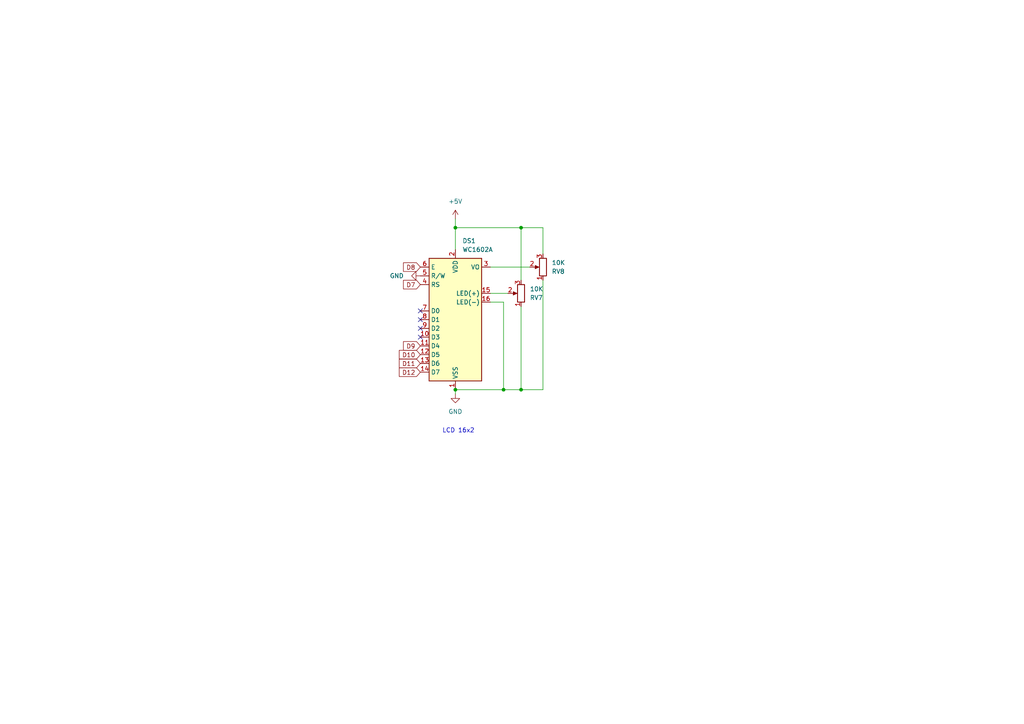
<source format=kicad_sch>
(kicad_sch (version 20211123) (generator eeschema)
  (paper "A4")
  (lib_symbols
    (symbol "Device:R_Potentiometer" (pin_names (offset 1.016) hide)
      (property "Reference" "RV" (at -4.445 0 90))
      (property "Value" "R_Potentiometer" (at -2.54 0 90))
      (symbol "R_Potentiometer_0_1"
        (polyline (pts (xy 2.54 0) (xy 1.524 0)))
        (polyline (pts (xy 1.143 0) (xy 2.286 0.508) (xy 2.286 -0.508) (xy 1.143 0)) (fill (type outline)))
        (rectangle (start 1.016 2.54) (end -1.016 -2.54) (stroke (width 0.254)))
      )
      (symbol "R_Potentiometer_1_1"
        (pin passive line (at 0 3.81 270) (length 1.27) (name "1") (number "1"))
        (pin passive line (at 3.81 0 180) (length 1.27) (name "2") (number "2"))
        (pin passive line (at 0 -3.81 90) (length 1.27) (name "3") (number "3"))
      )
    )
    (symbol "Display_Character:WC1602A"
      (property "Reference" "DS" (at -5.842 19.05 0))
      (property "Value" "WC1602A" (at 5.334 19.05 0))
      (symbol "WC1602A_1_1"
        (rectangle (start -7.62 17.78) (end 7.62 -17.78) (stroke (width 0.254)) (fill (type background)))
        (pin power_in line (at 0 -20.32 90) (length 2.54) (name "VSS") (number "1"))
        (pin input line (at -10.16 -5.08 0) (length 2.54) (name "D3") (number "10"))
        (pin input line (at -10.16 -7.62 0) (length 2.54) (name "D4") (number "11"))
        (pin input line (at -10.16 -10.16 0) (length 2.54) (name "D5") (number "12"))
        (pin input line (at -10.16 -12.7 0) (length 2.54) (name "D6") (number "13"))
        (pin input line (at -10.16 -15.24 0) (length 2.54) (name "D7") (number "14"))
        (pin power_in line (at 10.16 7.62 180) (length 2.54) (name "LED(+)") (number "15"))
        (pin power_in line (at 10.16 5.08 180) (length 2.54) (name "LED(-)") (number "16"))
        (pin power_in line (at 0 20.32 270) (length 2.54) (name "VDD") (number "2"))
        (pin input line (at 10.16 15.24 180) (length 2.54) (name "VO") (number "3"))
        (pin input line (at -10.16 10.16 0) (length 2.54) (name "RS") (number "4"))
        (pin input line (at -10.16 12.7 0) (length 2.54) (name "R/W") (number "5"))
        (pin input line (at -10.16 15.24 0) (length 2.54) (name "E") (number "6"))
        (pin input line (at -10.16 2.54 0) (length 2.54) (name "D0") (number "7"))
        (pin input line (at -10.16 0 0) (length 2.54) (name "D1") (number "8"))
        (pin input line (at -10.16 -2.54 0) (length 2.54) (name "D2") (number "9"))
      )
    )
    (symbol "power:+5V" (power) (pin_names (offset 0))
      (property "Value" "+5V" (at 0 3.556 0))
      (symbol "+5V_0_1"
        (polyline (pts (xy -0.762 1.27) (xy 0 2.54)))
        (polyline (pts (xy 0 0) (xy 0 2.54)))
        (polyline (pts (xy 0 2.54) (xy 0.762 1.27)))
      )
      (symbol "+5V_1_1"
        (pin power_in line (at 0 0 90) (length 0) hide (name "+5V") (number "1"))
      )
    )
    (symbol "power:GND" (power) (pin_names (offset 0))
      (property "Value" "GND" (at 0 -3.81 0))
      (symbol "GND_0_1"
        (polyline (pts (xy 0 0) (xy 0 -1.27) (xy 1.27 -1.27) (xy 0 -2.54) (xy -1.27 -1.27) (xy 0 -1.27)))
      )
      (symbol "GND_1_1"
        (pin power_in line (at 0 0 270) (length 0) hide (name "GND") (number "1"))
      )
    )
  )
  (junction (at 151.13 113.03))
  (junction (at 151.13 66.04))
  (junction (at 146.05 113.03))
  (junction (at 132.08 113.03))
  (junction (at 132.08 66.04))
  (no_connect (at 121.92 92.71))
  (no_connect (at 121.92 95.25))
  (no_connect (at 121.92 90.17))
  (no_connect (at 121.92 97.79))
  (wire (pts (xy 151.13 88.9) (xy 151.13 113.03)))
  (wire (pts (xy 157.48 73.66) (xy 157.48 66.04)))
  (wire (pts (xy 157.48 81.28) (xy 157.48 113.03)))
  (wire (pts (xy 146.05 113.03) (xy 151.13 113.03)))
  (wire (pts (xy 142.24 87.63) (xy 146.05 87.63)))
  (wire (pts (xy 132.08 113.03) (xy 146.05 113.03)))
  (wire (pts (xy 132.08 66.04) (xy 132.08 72.39)))
  (wire (pts (xy 146.05 87.63) (xy 146.05 113.03)))
  (wire (pts (xy 151.13 66.04) (xy 157.48 66.04)))
  (wire (pts (xy 151.13 81.28) (xy 151.13 66.04)))
  (wire (pts (xy 142.24 77.47) (xy 153.67 77.47)))
  (wire (pts (xy 132.08 114.3) (xy 132.08 113.03)))
  (wire (pts (xy 132.08 63.5) (xy 132.08 66.04)))
  (wire (pts (xy 151.13 113.03) (xy 157.48 113.03)))
  (wire (pts (xy 142.24 85.09) (xy 147.32 85.09)))
  (wire (pts (xy 132.08 66.04) (xy 151.13 66.04)))
  (text "LCD 16x2" (at 128.27 125.73 0) (effects (font (size 1.27 1.27)) (justify left bottom)))
  (global_label "D9" (shape input) (at 121.92 100.33 180) (property "Referencias entre hojas" "${INTERSHEET_REFS}" (effects hide)))
  (global_label "D8" (shape input) (at 121.92 77.47 180) (property "Referencias entre hojas" "${INTERSHEET_REFS}" (effects hide)))
  (global_label "D7" (shape input) (at 121.92 82.55 180) (property "Referencias entre hojas" "${INTERSHEET_REFS}" (effects hide)))
  (global_label "D10" (shape input) (at 121.92 102.87 180) (property "Referencias entre hojas" "${INTERSHEET_REFS}" (effects hide)))
  (global_label "D12" (shape input) (at 121.92 107.95 180) (property "Referencias entre hojas" "${INTERSHEET_REFS}" (effects hide)))
  (global_label "D11" (shape input) (at 121.92 105.41 180) (property "Referencias entre hojas" "${INTERSHEET_REFS}" (effects hide)))
  (symbol (lib_id "power:GND") (at 132.08 114.3 0) (unit 1)
    (property "Reference" "#PWR039" (effects hide))
    (property "Value" "GND" (at 132.08 119.38 0))
  )
  (symbol (lib_id "Device:R_Potentiometer") (at 151.13 85.09 180) (unit 1)
    (property "Reference" "RV7" (at 153.67 86.3601 0) (effects (justify right)))
    (property "Value" "10K" (at 153.67 83.82 0) (effects (justify right)))
    (property "Footprint" "Potentiometer_THT:Potentiometer_Bourns_3296W_Vertical" (effects hide))
  )
  (symbol (lib_id "Device:R_Potentiometer") (at 157.48 77.47 180) (unit 1)
    (property "Reference" "RV8" (at 160.02 78.7401 0) (effects (justify right)))
    (property "Value" "10K" (at 160.02 76.2 0) (effects (justify right)))
    (property "Footprint" "Potentiometer_THT:Potentiometer_Bourns_3296W_Vertical" (effects hide))
  )
  (symbol (lib_id "power:GND") (at 121.92 80.01 270) (unit 1)
    (property "Reference" "#PWR037" (effects hide))
    (property "Value" "GND" (at 113.03 80.01 90) (effects (justify left)))
  )
  (symbol (lib_id "Display_Character:WC1602A") (at 132.08 92.71 0) (unit 1)
    (property "Reference" "DS1" (at 134.0994 69.85 0) (effects (justify left)))
    (property "Value" "WC1602A" (at 134.0994 72.39 0) (effects (justify left)))
    (property "Footprint" "Display:WC1602A" (effects hide))
    (property "Datasheet" "http://www.wincomlcd.com/pdf/WC1602A-SFYLYHTC06.pdf" (effects hide))
  )
  (symbol (lib_id "power:+5V") (at 132.08 63.5 0) (unit 1)
    (property "Reference" "#PWR038" (effects hide))
    (property "Value" "+5V" (at 132.08 58.42 0))
  )
)
</source>
